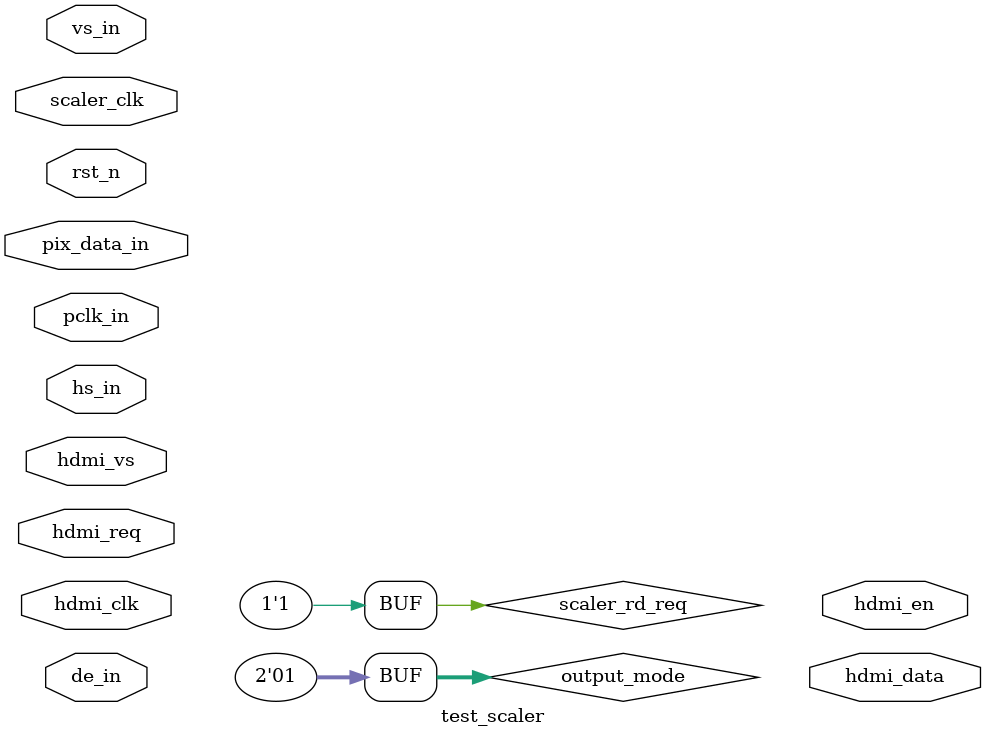
<source format=v>
module test_scaler #   (

    parameter VSYNC_PLUS_VBP   = 20   
	
)(
    input                           rst_n          ,			
    input                           scaler_clk     ,
		
    input                           pclk_in        ,
    input       [24 -1:0]           pix_data_in    ,
    input                           vs_in          ,
    input                           hs_in          ,
    input                           de_in          ,	

    output                          hdmi_en         ,
    input                           hdmi_clk        ,
    input                           hdmi_req        ,
    input                           hdmi_vs         ,
    output      [24         -1:0]   hdmi_data       
   );

localparam  FIFO_DEPTH  = 9     ;

wire [1:0] output_mode = 2'd01;

//scaler 
wire                          wr_ready          /* synthesis syn_keep = 1 */;
reg [ 24-1:0]                 pixel_din         /* synthesis syn_keep = 1 */;
reg                           pixel_din_vld     /* synthesis syn_keep = 1 */;
wire                          frame_start       /* synthesis syn_keep = 1 */;

wire [24-1:0]                 scaler_data_out   /* synthesis syn_keep = 1 */;
wire                          scaler_data_vld   /* synthesis syn_keep = 1 */;
wire                          scaler_rd_req     /* synthesis syn_keep = 1 */;

wire                          scaler_out_eol   /* synthesis syn_keep = 1 */;
wire                          scaler_out_eof   /* synthesis syn_keep = 1 */;


//fifo
wire                          fifo_rst          /* synthesis syn_keep = 1 */;
wire                          wr_full           /* synthesis syn_keep = 1 */;
wire                          rd_en             /* synthesis syn_keep = 1 */;
reg                           rd_en_r0          /* synthesis syn_keep = 1 */;
wire                          rd_empty          /* synthesis syn_keep = 1 */;
wire[24-1:0]                  rd_data           /* synthesis syn_keep = 1 */;


reg [11-1:0]                  de_in_cnt     /* synthesis syn_keep = 1 */;
reg                           de_in_d       /* synthesis syn_keep = 1 */;

//
wire[11-1:0]                  h_size_src    /* synthesis syn_keep = 1 */;
wire[11-1:0]                  v_size_src    /* synthesis syn_keep = 1 */;
reg [11-1:0]                  h_size_src_r0 /* synthesis syn_keep = 1 */;
reg [11-1:0]                  v_size_src_r0 /* synthesis syn_keep = 1 */;
reg [11-1:0]                  h_size_src_r1 /* synthesis syn_keep = 1 */;
reg [11-1:0]                  v_size_src_r1 /* synthesis syn_keep = 1 */;
wire                          src_eol       /* synthesis syn_keep = 1 */;
wire                          src_eof       /* synthesis syn_keep = 1 */;
reg [18-1:0]                  HOR_SCALE_DET /* synthesis syn_keep = 1 */;           
reg [18-1:0]                  VER_SCALE_DET /* synthesis syn_keep = 1 */;
reg [18-1:0]                  HOR_SCALE     /* synthesis syn_keep = 1 */;           
reg [18-1:0]                  VER_SCALE     /* synthesis syn_keep = 1 */;  

reg [11-1:0]                  output_h_size /* synthesis syn_keep = 1 */;
reg [11-1:0]                  output_v_size /* synthesis syn_keep = 1 */;
reg [2-1:0 ]                  output_mode_r0;
reg [2-1:0 ]                  output_mode_r1;

wire                          buffer_err     /* synthesis syn_keep = 1 */;   
always@(posedge scaler_clk  or  negedge rst_n)begin
		if(~rst_n)begin
			output_h_size <= 11'd1920;
			output_v_size <= 11'd1080;
		end 
		else begin
				case(output_mode)
						2'b00 : begin
											output_h_size <= 11'd1920;
											output_v_size <= 11'd1080;
										end 
										
						2'b01 : begin
											output_h_size <= 11'd1280;
											output_v_size <= 11'd720 ;
										end 
  					2'b10 : begin
											output_h_size <= 11'd640;
											output_v_size <= 11'd480 ;
										end 
										
  					2'b11 : begin
											output_h_size <= 11'd960;
											output_v_size <= 11'd540 ;
										end 
						default:begin
											output_h_size <= 11'd1920;
											output_v_size <= 11'd1080;						
						        end 
				endcase						
		end 	
end

//input detect 
src_timing_detect  u_src_timing_detect (
.clk          ( pclk_in           ),     
.rst_n        ( rst_n             ),
.vs_in        ( vs_in             ),
.de_in        ( de_in             ),
.eol          ( src_eol           ),
.eof          ( src_eof           ),
.h_size       ( h_size_src        ),
.v_size       ( v_size_src        )
);	


always@(*)begin
	case(output_h_size)
			11'd1920:begin
									case(h_size_src_r1)
											11'd1920:HOR_SCALE_DET = 32'h4000*1920/1920;
											11'd1280:HOR_SCALE_DET = 32'h4000*(1280-1 )/(1920-1) -1;
											11'd960 :HOR_SCALE_DET = 32'h4000*(960-1  )/(1920-1) -1 ;
											11'd640 :HOR_SCALE_DET = 32'h4000*(640-1  )/(1920-1) -1 ;	
											default :HOR_SCALE_DET = 32'h4000*(1280-1 )/(1920-1) -1;
									endcase 
			         end 	
							 
			11'd1280:begin
									case(h_size_src_r1)
											11'd1920:HOR_SCALE_DET = 32'h4000*(1920-1 )/(1280-1) -1;
											11'd1280:HOR_SCALE_DET = 32'h4000*1;
											11'd960 :HOR_SCALE_DET = 32'h4000*(960-1  )/(1280-1) -1 ;
											11'd640 :HOR_SCALE_DET = 32'h4000*(640-1  )/(1280-1) -1 ;	
											default :HOR_SCALE_DET = 32'h4000*(1280-1 )/(1280-1) -1;
									endcase 
							 end 
		 11'd640:begin
									case(h_size_src_r1)
											11'd1920:HOR_SCALE_DET = 32'h4000*1920/640;
											11'd1280:HOR_SCALE_DET = 32'h4000*1280/640;
											11'd960 :HOR_SCALE_DET = 32'h4000*(960-1  )/(640-1) -1 ;
											11'd640 :HOR_SCALE_DET = 32'h4000*640/640 ;		
											default :HOR_SCALE_DET = 32'h4000*(1280-1 )/(640-1) -1;
									endcase 
							 end
							 
			default:begin
									case(h_size_src_r1)
											11'd1920:HOR_SCALE_DET = 32'h4000*1920/1920;
											11'd1280:HOR_SCALE_DET = 32'h4000*(1280-1 )/(1920-1) -1;
											11'd960 :HOR_SCALE_DET = 32'h4000*(960-1  )/(1920-1) -1 ;
											11'd640 :HOR_SCALE_DET = 32'h4000*(640-1  )/(1920-1) -1 ;	
											default :HOR_SCALE_DET = 32'h4000*(1280-1 )/(1920-1) -1;
									endcase 
			        end 					 
	endcase
end 	

always@(*)begin
	case(output_v_size)
			11'd1080:begin
									case(v_size_src_r1)
											11'd1080:VER_SCALE_DET = 32'h4000*1080/1080;
											11'd720 :VER_SCALE_DET = 32'h4000*(720-1  )/(1080-1) -1;
											11'd540 :VER_SCALE_DET = 32'h4000*(540-1  )/(1080-1) -1 ;
											11'd480 :VER_SCALE_DET = 32'h4000*(480-1  )/(1080-1) -1 ;	
											default :VER_SCALE_DET = 32'h4000*(720-1  )/(1080-1) -1;
									endcase 
			         end 	
							 
			11'd720:begin
									case(v_size_src_r1)
											11'd1080:VER_SCALE_DET = 32'h4000*(1080-1 )/(720-1) -1;
											11'd720 :VER_SCALE_DET = 32'h4000*720/720;
											11'd540 :VER_SCALE_DET = 32'h4000*(540-1  )/(720-1) -1 ;
											11'd480 :VER_SCALE_DET = 32'h4000*(480-1  )/(720-1) -1 ;	
											default :VER_SCALE_DET = 32'h4000*720/720;
									endcase 
							 end 
		 11'd480:begin
									case(v_size_src_r1)
											11'd1080:VER_SCALE_DET = 32'h4000*(1080-1)/(480-1)-1;
											11'd720 :VER_SCALE_DET = 32'h4000*(720-1 )/(480-1)-1;
											11'd540 :VER_SCALE_DET = 32'h4000*(540-1  )/(480-1) -1 ;
											11'd480 :VER_SCALE_DET = 32'h4000* 480/480 ;
											default :VER_SCALE_DET = 32'h4000*(720-1 )/(480-1 ) -1;
									endcase 
							 end
							 
			default:begin
									case(v_size_src_r1)
											11'd1080:VER_SCALE_DET = 32'h4000*1080/1080;
											11'd720 :VER_SCALE_DET = 32'h4000*(720-1  )/(1080-1) -1;
											11'd540 :VER_SCALE_DET = 32'h4000*(540-1  )/(1080-1) -1 ;
											11'd480 :VER_SCALE_DET = 32'h4000*(480-1  )/(1080-1) -1 ;	
											default :VER_SCALE_DET = 32'h4000*(720-1  )/(1080-1) -1;
									endcase 
			        end 					 
	endcase
end 

always @(posedge scaler_clk or negedge rst_n) begin
    if(!rst_n)begin
			h_size_src_r0  <= 0;
			h_size_src_r1  <= 0;
			v_size_src_r0  <= 0;
			v_size_src_r1  <= 0;
		end 
		else  begin
			h_size_src_r0  <= h_size_src;
			h_size_src_r1  <= h_size_src_r0;
			v_size_src_r0  <= v_size_src;
			v_size_src_r1  <= v_size_src_r0;
		end 
end		
		
always @(posedge scaler_clk or negedge rst_n) begin
    if(!rst_n)begin
			HOR_SCALE        <= 0;
			VER_SCALE        <= 0;
		end
		else begin
			HOR_SCALE        <= HOR_SCALE_DET;
			VER_SCALE        <= VER_SCALE_DET;
		end
end 

//async clock  deal with
assign   fifo_rst  = ~rst_n || frame_start ;
assign   rd_en     = wr_ready && ~rd_empty ;

drm_fifo24to24  drm_fifo24to24_scaler_in (
  .wr_clk        (  pclk_in      ),     
  .wr_rst        (  fifo_rst     ),     
  .wr_en         (  de_in        ),     
  .wr_data       (  pix_data_in  ),     
  .wr_full       (  wr_full      ),     
  .almost_full   (               ),     
	               
  .rd_clk        (  scaler_clk  ),              
  .rd_rst        (  fifo_rst    ),              
  .rd_en         (  rd_en       ),               
  .rd_data       (  rd_data     ),             
  .rd_empty      (  rd_empty    ),      
  .almost_empty  (              )   
);   

always @(posedge scaler_clk or negedge rst_n) begin
    if(!rst_n)
				rd_en_r0 <= 0;
		else if(wr_ready)
	//		#1  pixel_din_vld <= ~rd_empty;
			#1  rd_en_r0 <= ~rd_empty;
				
end 			

always @(posedge scaler_clk or negedge rst_n) begin
    if(!rst_n)begin
				pixel_din_vld <= 0;
				pixel_din     <= 0 ;
		end 
		else begin
				pixel_din_vld <= rd_en_r0;
				pixel_din     <= rd_data;
		end 
end 		

//assign     pixel_din         = rd_data ;


//
assign     scaler_rd_req     = 1'b1     ;

//
frame_start_ctrl #(
 .VSYNC_PLUS_VBP  ( VSYNC_PLUS_VBP   ) 
) frame_start_ctrl (
.clk         ( scaler_clk  ),
.rst_n       ( rst_n       ),
.vs_in       ( vs_in       ),
.hs_in       ( hs_in       ),
.frame_start ( frame_start )
);	

//SCALE_UP parameter 
//when INPUT_H_SIZE>OUTPUT_H_SIZE ,must selet SCALE_UP == "FALSE";
//when INPUT_H_SIZE<=OUTPUT_H_SIZE,parameter SCALE_UP can select "TRUE" to save 1 multipier;
scaler_bilinear #(
  .DEVICE_FAMILY       ( "LOGOS"   ),// "LOGOS","LOGOS2"
  .SCALE_UP            ( "FALSE"   ),
  .DATA_WIDTH          ( 8         ),//1 color channel 8bit 
  .LANES               ( 3         ),//R,G,B 
  .INPUT_H_SIZE_WIDTH  ( 11        ),//0~2047
  .INPUT_V_SIZE_WIDTH  ( 11        ),//0~2047
  .OUTPUT_H_SIZE_WIDTH ( 11        ),//0~2047
  .OUTPUT_V_SIZE_WIDTH ( 11        ),//0~2047
  .BUFF_LINE           ( 4         ) //BUFF_LINE:INPUT_V_SIZE>=OUTPUT_V_SIZE,need >=4line,otherwise need >=3line  
	
) scaler_bilinear_inst (
  .clk                 ( scaler_clk       ),
  .rst_n               ( rst_n            ),
//param             
  .INPUT_H_SIZE        ( h_size_src_r1-1   ),//input  source hor size minus 1		
  .INPUT_V_SIZE        ( v_size_src_r1-1   ),//input  source ver size minus 1                    
  .OUTPUT_H_SIZE       ( output_h_size-1   ),//output source hor size minus 1		
  .OUTPUT_V_SIZE       ( output_v_size-1   ),//output source ver size minus 1                    
  .H_SCALE_COEFF       ( HOR_SCALE         ),//hor scaler coeff		
  .V_SCALE_COEFF       ( VER_SCALE         ),//ver scaler coeff	
  .HOR_OFFSET          ( 0                 ),
  .VER_OFFSET          ( 0                 ),
//user interface  
   //write port                   
  .pixel_din           ( pixel_din        ), //pixel input 
  .pixel_din_vld       ( pixel_din_vld    ), //pixel input valid  
  .wr_ready            ( wr_ready         ), //output,write enable 
  .frame_start         ( frame_start      ), //frame sync input 
  //read port                      
  .pixel_dout          ( scaler_data_out  ), //pixel output 
  .pixel_dout_vld      ( scaler_data_vld  ), //pixel output valid 
  .read_req            ( scaler_rd_req    ), //read req                      
  .out_eol             ( scaler_out_eol   ),//output end of line  flag
  .out_eof             ( scaler_out_eof   ) //output end of frame flag
);	


endmodule
</source>
